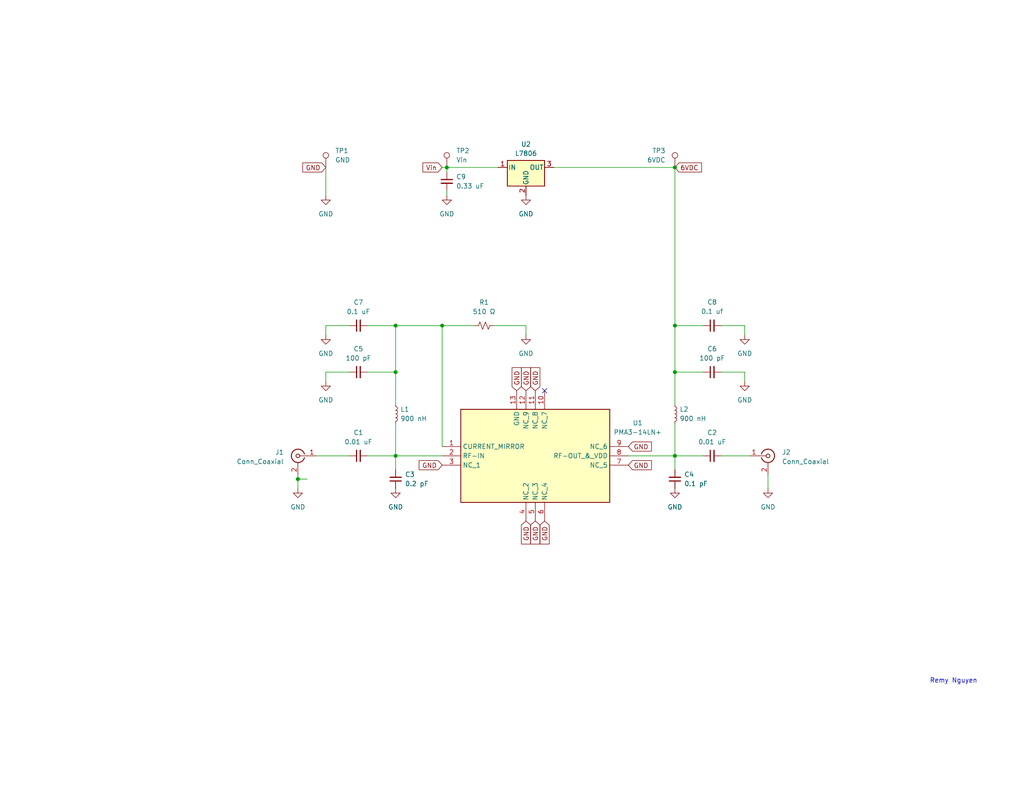
<source format=kicad_sch>
(kicad_sch (version 20230121) (generator eeschema)

  (uuid d268e3ca-8a18-4b0a-ac77-3cbf3521c83a)

  (paper "USLetter")

  (title_block
    (title "50 - 10000 MHz SMT LNA")
    (date "2024-04-10")
    (rev "A")
  )

  (lib_symbols
    (symbol "power:GND" (power) (pin_names (offset 0)) (in_bom yes) (on_board yes)
      (property "Reference" "#PWR" (at 0 -6.35 0)
        (effects (font (size 1.27 1.27)) hide)
      )
      (property "Value" "GND" (at 0 -3.81 0)
        (effects (font (size 1.27 1.27)))
      )
      (property "Footprint" "" (at 0 0 0)
        (effects (font (size 1.27 1.27)) hide)
      )
      (property "Datasheet" "" (at 0 0 0)
        (effects (font (size 1.27 1.27)) hide)
      )
      (property "ki_keywords" "global power" (at 0 0 0)
        (effects (font (size 1.27 1.27)) hide)
      )
      (property "ki_description" "Power symbol creates a global label with name \"GND\" , ground" (at 0 0 0)
        (effects (font (size 1.27 1.27)) hide)
      )
      (symbol "GND_0_1"
        (polyline
          (pts
            (xy 0 0)
            (xy 0 -1.27)
            (xy 1.27 -1.27)
            (xy 0 -2.54)
            (xy -1.27 -1.27)
            (xy 0 -1.27)
          )
          (stroke (width 0) (type default))
          (fill (type none))
        )
      )
      (symbol "GND_1_1"
        (pin power_in line (at 0 0 270) (length 0) hide
          (name "GND" (effects (font (size 1.27 1.27))))
          (number "1" (effects (font (size 1.27 1.27))))
        )
      )
    )
    (symbol "rf-dfs:C_Small" (pin_numbers hide) (pin_names (offset 0.254) hide) (in_bom yes) (on_board yes)
      (property "Reference" "C" (at 0.254 1.778 0)
        (effects (font (size 1.27 1.27)) (justify left))
      )
      (property "Value" "C_Small" (at 0.254 -2.032 0)
        (effects (font (size 1.27 1.27)) (justify left))
      )
      (property "Footprint" "" (at 0 0 0)
        (effects (font (size 1.27 1.27)) hide)
      )
      (property "Datasheet" "~" (at 0 0 0)
        (effects (font (size 1.27 1.27)) hide)
      )
      (property "ki_keywords" "capacitor cap" (at 0 0 0)
        (effects (font (size 1.27 1.27)) hide)
      )
      (property "ki_description" "Unpolarized capacitor, small symbol" (at 0 0 0)
        (effects (font (size 1.27 1.27)) hide)
      )
      (property "ki_fp_filters" "C_*" (at 0 0 0)
        (effects (font (size 1.27 1.27)) hide)
      )
      (symbol "C_Small_0_1"
        (polyline
          (pts
            (xy -1.524 -0.508)
            (xy 1.524 -0.508)
          )
          (stroke (width 0.3302) (type default))
          (fill (type none))
        )
        (polyline
          (pts
            (xy -1.524 0.508)
            (xy 1.524 0.508)
          )
          (stroke (width 0.3048) (type default))
          (fill (type none))
        )
      )
      (symbol "C_Small_1_1"
        (pin passive line (at 0 2.54 270) (length 2.032)
          (name "~" (effects (font (size 1.27 1.27))))
          (number "1" (effects (font (size 1.27 1.27))))
        )
        (pin passive line (at 0 -2.54 90) (length 2.032)
          (name "~" (effects (font (size 1.27 1.27))))
          (number "2" (effects (font (size 1.27 1.27))))
        )
      )
    )
    (symbol "rf-dfs:Conn_Coaxial" (pin_names (offset 1.016) hide) (in_bom yes) (on_board yes)
      (property "Reference" "J" (at 0.254 3.048 0)
        (effects (font (size 1.27 1.27)))
      )
      (property "Value" "Conn_Coaxial" (at 2.921 0 90)
        (effects (font (size 1.27 1.27)))
      )
      (property "Footprint" "" (at 0 0 0)
        (effects (font (size 1.27 1.27)) hide)
      )
      (property "Datasheet" " ~" (at 0 0 0)
        (effects (font (size 1.27 1.27)) hide)
      )
      (property "ki_keywords" "BNC SMA SMB SMC LEMO coaxial connector CINCH RCA" (at 0 0 0)
        (effects (font (size 1.27 1.27)) hide)
      )
      (property "ki_description" "coaxial connector (BNC, SMA, SMB, SMC, Cinch/RCA, LEMO, ...)" (at 0 0 0)
        (effects (font (size 1.27 1.27)) hide)
      )
      (property "ki_fp_filters" "*BNC* *SMA* *SMB* *SMC* *Cinch* *LEMO*" (at 0 0 0)
        (effects (font (size 1.27 1.27)) hide)
      )
      (symbol "Conn_Coaxial_0_1"
        (arc (start -1.778 -0.508) (mid 0.2311 -1.8066) (end 1.778 0)
          (stroke (width 0.254) (type default))
          (fill (type none))
        )
        (polyline
          (pts
            (xy -2.54 0)
            (xy -0.508 0)
          )
          (stroke (width 0) (type default))
          (fill (type none))
        )
        (polyline
          (pts
            (xy 0 -2.54)
            (xy 0 -1.778)
          )
          (stroke (width 0) (type default))
          (fill (type none))
        )
        (circle (center 0 0) (radius 0.508)
          (stroke (width 0.2032) (type default))
          (fill (type none))
        )
        (arc (start 1.778 0) (mid 0.2099 1.8101) (end -1.778 0.508)
          (stroke (width 0.254) (type default))
          (fill (type none))
        )
      )
      (symbol "Conn_Coaxial_1_1"
        (pin passive line (at -5.08 0 0) (length 2.54)
          (name "In" (effects (font (size 1.27 1.27))))
          (number "1" (effects (font (size 1.27 1.27))))
        )
        (pin passive line (at 0 -5.08 90) (length 2.54)
          (name "Ext" (effects (font (size 1.27 1.27))))
          (number "2" (effects (font (size 1.27 1.27))))
        )
      )
    )
    (symbol "rf-dfs:L7806" (pin_names (offset 0.254)) (in_bom yes) (on_board yes)
      (property "Reference" "U" (at -3.81 3.175 0)
        (effects (font (size 1.27 1.27)))
      )
      (property "Value" "L7806" (at 0 3.175 0)
        (effects (font (size 1.27 1.27)) (justify left))
      )
      (property "Footprint" "" (at 0.635 -3.81 0)
        (effects (font (size 1.27 1.27) italic) (justify left) hide)
      )
      (property "Datasheet" "http://www.st.com/content/ccc/resource/technical/document/datasheet/41/4f/b3/b0/12/d4/47/88/CD00000444.pdf/files/CD00000444.pdf/jcr:content/translations/en.CD00000444.pdf" (at 0 -1.27 0)
        (effects (font (size 1.27 1.27)) hide)
      )
      (property "ki_keywords" "Voltage Regulator 1.5A Positive" (at 0 0 0)
        (effects (font (size 1.27 1.27)) hide)
      )
      (property "ki_description" "Positive 1.5A 35V Linear Regulator, Fixed Output 6V, TO-220/TO-263/TO-252" (at 0 0 0)
        (effects (font (size 1.27 1.27)) hide)
      )
      (property "ki_fp_filters" "TO?252* TO?263* TO?220*" (at 0 0 0)
        (effects (font (size 1.27 1.27)) hide)
      )
      (symbol "L7806_0_1"
        (rectangle (start -5.08 1.905) (end 5.08 -5.08)
          (stroke (width 0.254) (type default))
          (fill (type background))
        )
      )
      (symbol "L7806_1_1"
        (pin power_in line (at -7.62 0 0) (length 2.54)
          (name "IN" (effects (font (size 1.27 1.27))))
          (number "1" (effects (font (size 1.27 1.27))))
        )
        (pin power_in line (at 0 -7.62 90) (length 2.54)
          (name "GND" (effects (font (size 1.27 1.27))))
          (number "2" (effects (font (size 1.27 1.27))))
        )
        (pin power_out line (at 7.62 0 180) (length 2.54)
          (name "OUT" (effects (font (size 1.27 1.27))))
          (number "3" (effects (font (size 1.27 1.27))))
        )
      )
    )
    (symbol "rf-dfs:L_Small" (pin_numbers hide) (pin_names (offset 0.254) hide) (in_bom yes) (on_board yes)
      (property "Reference" "L" (at 0.762 1.016 0)
        (effects (font (size 1.27 1.27)) (justify left))
      )
      (property "Value" "L_Small" (at 0.762 -1.016 0)
        (effects (font (size 1.27 1.27)) (justify left))
      )
      (property "Footprint" "" (at 0 0 0)
        (effects (font (size 1.27 1.27)) hide)
      )
      (property "Datasheet" "~" (at 0 0 0)
        (effects (font (size 1.27 1.27)) hide)
      )
      (property "ki_keywords" "inductor choke coil reactor magnetic" (at 0 0 0)
        (effects (font (size 1.27 1.27)) hide)
      )
      (property "ki_description" "Inductor, small symbol" (at 0 0 0)
        (effects (font (size 1.27 1.27)) hide)
      )
      (property "ki_fp_filters" "Choke_* *Coil* Inductor_* L_*" (at 0 0 0)
        (effects (font (size 1.27 1.27)) hide)
      )
      (symbol "L_Small_0_1"
        (arc (start 0 -2.032) (mid 0.5058 -1.524) (end 0 -1.016)
          (stroke (width 0) (type default))
          (fill (type none))
        )
        (arc (start 0 -1.016) (mid 0.5058 -0.508) (end 0 0)
          (stroke (width 0) (type default))
          (fill (type none))
        )
        (arc (start 0 0) (mid 0.5058 0.508) (end 0 1.016)
          (stroke (width 0) (type default))
          (fill (type none))
        )
        (arc (start 0 1.016) (mid 0.5058 1.524) (end 0 2.032)
          (stroke (width 0) (type default))
          (fill (type none))
        )
      )
      (symbol "L_Small_1_1"
        (pin passive line (at 0 2.54 270) (length 0.508)
          (name "~" (effects (font (size 1.27 1.27))))
          (number "1" (effects (font (size 1.27 1.27))))
        )
        (pin passive line (at 0 -2.54 90) (length 0.508)
          (name "~" (effects (font (size 1.27 1.27))))
          (number "2" (effects (font (size 1.27 1.27))))
        )
      )
    )
    (symbol "rf-dfs:PMA3-14LN+" (in_bom yes) (on_board yes)
      (property "Reference" "IC" (at 46.99 15.24 0)
        (effects (font (size 1.27 1.27)) (justify left top))
      )
      (property "Value" "PMA3-14LN+" (at 46.99 12.7 0)
        (effects (font (size 1.27 1.27)) (justify left top))
      )
      (property "Footprint" "QFN51P300X300X89-13N" (at 46.99 -87.3 0)
        (effects (font (size 1.27 1.27)) (justify left top) hide)
      )
      (property "Datasheet" "https://www.minicircuits.com/WebStore/dashboardPdf?model=PMA3-14LN%2B" (at 46.99 -187.3 0)
        (effects (font (size 1.27 1.27)) (justify left top) hide)
      )
      (property "Height" "0.89" (at 46.99 -387.3 0)
        (effects (font (size 1.27 1.27)) (justify left top) hide)
      )
      (property "Mouser Part Number" "139-PMA3-14LN+" (at 46.99 -487.3 0)
        (effects (font (size 1.27 1.27)) (justify left top) hide)
      )
      (property "Mouser Price/Stock" "https://www.mouser.co.uk/ProductDetail/Mini-Circuits/PMA3-14LN%2b?qs=Znm5pLBrcALRzrMQPGByzA%3D%3D" (at 46.99 -587.3 0)
        (effects (font (size 1.27 1.27)) (justify left top) hide)
      )
      (property "Manufacturer_Name" "Mini-Circuits" (at 46.99 -687.3 0)
        (effects (font (size 1.27 1.27)) (justify left top) hide)
      )
      (property "Manufacturer_Part_Number" "PMA3-14LN+" (at 46.99 -787.3 0)
        (effects (font (size 1.27 1.27)) (justify left top) hide)
      )
      (property "ki_description" "RF Amplifier SMT Low Noise Amplifier, 50 - 10000 MHz, 50ohm" (at 0 0 0)
        (effects (font (size 1.27 1.27)) hide)
      )
      (symbol "PMA3-14LN+_1_1"
        (rectangle (start 5.08 10.16) (end 45.72 -15.24)
          (stroke (width 0.254) (type default))
          (fill (type background))
        )
        (pin passive line (at 0 0 0) (length 5.08)
          (name "CURRENT_MIRROR" (effects (font (size 1.27 1.27))))
          (number "1" (effects (font (size 1.27 1.27))))
        )
        (pin passive line (at 27.94 15.24 270) (length 5.08)
          (name "NC_7" (effects (font (size 1.27 1.27))))
          (number "10" (effects (font (size 1.27 1.27))))
        )
        (pin passive line (at 25.4 15.24 270) (length 5.08)
          (name "NC_8" (effects (font (size 1.27 1.27))))
          (number "11" (effects (font (size 1.27 1.27))))
        )
        (pin passive line (at 22.86 15.24 270) (length 5.08)
          (name "NC_9" (effects (font (size 1.27 1.27))))
          (number "12" (effects (font (size 1.27 1.27))))
        )
        (pin passive line (at 20.32 15.24 270) (length 5.08)
          (name "GND" (effects (font (size 1.27 1.27))))
          (number "13" (effects (font (size 1.27 1.27))))
        )
        (pin passive line (at 0 -2.54 0) (length 5.08)
          (name "RF-IN" (effects (font (size 1.27 1.27))))
          (number "2" (effects (font (size 1.27 1.27))))
        )
        (pin passive line (at 0 -5.08 0) (length 5.08)
          (name "NC_1" (effects (font (size 1.27 1.27))))
          (number "3" (effects (font (size 1.27 1.27))))
        )
        (pin passive line (at 22.86 -20.32 90) (length 5.08)
          (name "NC_2" (effects (font (size 1.27 1.27))))
          (number "4" (effects (font (size 1.27 1.27))))
        )
        (pin passive line (at 25.4 -20.32 90) (length 5.08)
          (name "NC_3" (effects (font (size 1.27 1.27))))
          (number "5" (effects (font (size 1.27 1.27))))
        )
        (pin passive line (at 27.94 -20.32 90) (length 5.08)
          (name "NC_4" (effects (font (size 1.27 1.27))))
          (number "6" (effects (font (size 1.27 1.27))))
        )
        (pin passive line (at 50.8 -5.08 180) (length 5.08)
          (name "NC_5" (effects (font (size 1.27 1.27))))
          (number "7" (effects (font (size 1.27 1.27))))
        )
        (pin passive line (at 50.8 -2.54 180) (length 5.08)
          (name "RF-OUT_&_VDD" (effects (font (size 1.27 1.27))))
          (number "8" (effects (font (size 1.27 1.27))))
        )
        (pin passive line (at 50.8 0 180) (length 5.08)
          (name "NC_6" (effects (font (size 1.27 1.27))))
          (number "9" (effects (font (size 1.27 1.27))))
        )
      )
    )
    (symbol "rf-dfs:R_Small_US" (pin_numbers hide) (pin_names (offset 0.254) hide) (in_bom yes) (on_board yes)
      (property "Reference" "R" (at 0.762 0.508 0)
        (effects (font (size 1.27 1.27)) (justify left))
      )
      (property "Value" "R_Small_US" (at 0.762 -1.016 0)
        (effects (font (size 1.27 1.27)) (justify left))
      )
      (property "Footprint" "" (at 0 0 0)
        (effects (font (size 1.27 1.27)) hide)
      )
      (property "Datasheet" "~" (at 0 0 0)
        (effects (font (size 1.27 1.27)) hide)
      )
      (property "ki_keywords" "r resistor" (at 0 0 0)
        (effects (font (size 1.27 1.27)) hide)
      )
      (property "ki_description" "Resistor, small US symbol" (at 0 0 0)
        (effects (font (size 1.27 1.27)) hide)
      )
      (property "ki_fp_filters" "R_*" (at 0 0 0)
        (effects (font (size 1.27 1.27)) hide)
      )
      (symbol "R_Small_US_1_1"
        (polyline
          (pts
            (xy 0 0)
            (xy 1.016 -0.381)
            (xy 0 -0.762)
            (xy -1.016 -1.143)
            (xy 0 -1.524)
          )
          (stroke (width 0) (type default))
          (fill (type none))
        )
        (polyline
          (pts
            (xy 0 1.524)
            (xy 1.016 1.143)
            (xy 0 0.762)
            (xy -1.016 0.381)
            (xy 0 0)
          )
          (stroke (width 0) (type default))
          (fill (type none))
        )
        (pin passive line (at 0 2.54 270) (length 1.016)
          (name "~" (effects (font (size 1.27 1.27))))
          (number "1" (effects (font (size 1.27 1.27))))
        )
        (pin passive line (at 0 -2.54 90) (length 1.016)
          (name "~" (effects (font (size 1.27 1.27))))
          (number "2" (effects (font (size 1.27 1.27))))
        )
      )
    )
    (symbol "rf-dfs:TestPoint" (pin_numbers hide) (pin_names (offset 0.762) hide) (in_bom yes) (on_board yes)
      (property "Reference" "TP" (at 0 6.858 0)
        (effects (font (size 1.27 1.27)))
      )
      (property "Value" "TestPoint" (at 0 5.08 0)
        (effects (font (size 1.27 1.27)))
      )
      (property "Footprint" "" (at 5.08 0 0)
        (effects (font (size 1.27 1.27)) hide)
      )
      (property "Datasheet" "~" (at 5.08 0 0)
        (effects (font (size 1.27 1.27)) hide)
      )
      (property "ki_keywords" "test point tp" (at 0 0 0)
        (effects (font (size 1.27 1.27)) hide)
      )
      (property "ki_description" "test point" (at 0 0 0)
        (effects (font (size 1.27 1.27)) hide)
      )
      (property "ki_fp_filters" "Pin* Test*" (at 0 0 0)
        (effects (font (size 1.27 1.27)) hide)
      )
      (symbol "TestPoint_0_1"
        (circle (center 0 3.302) (radius 0.762)
          (stroke (width 0) (type default))
          (fill (type none))
        )
      )
      (symbol "TestPoint_1_1"
        (pin passive line (at 0 0 90) (length 2.54)
          (name "1" (effects (font (size 1.27 1.27))))
          (number "1" (effects (font (size 1.27 1.27))))
        )
      )
    )
  )

  (junction (at 120.65 88.9) (diameter 0) (color 0 0 0 0)
    (uuid 091dce1f-2e0a-470f-a88e-89e8470f351f)
  )
  (junction (at 107.95 101.6) (diameter 0) (color 0 0 0 0)
    (uuid 1584ad79-4838-4966-a948-c50acf0614f2)
  )
  (junction (at 184.15 101.6) (diameter 0) (color 0 0 0 0)
    (uuid 28416086-a323-4aac-a4e2-463aea01c405)
  )
  (junction (at 184.15 45.72) (diameter 0) (color 0 0 0 0)
    (uuid 353bdfa7-be71-4ef6-a625-b7a71ff2c4a0)
  )
  (junction (at 107.95 124.46) (diameter 0) (color 0 0 0 0)
    (uuid 3df6f5d5-94d5-44ab-beb5-ce7ad461bbe8)
  )
  (junction (at 184.15 88.9) (diameter 0) (color 0 0 0 0)
    (uuid 60452d27-a842-4034-99d6-7c32a56d2bf2)
  )
  (junction (at 107.95 88.9) (diameter 0) (color 0 0 0 0)
    (uuid a110a192-4c34-448e-a431-dad3cba127c1)
  )
  (junction (at 121.92 45.72) (diameter 0) (color 0 0 0 0)
    (uuid b28ccbc5-6c58-4b3b-821f-fe464b7b42bb)
  )
  (junction (at 81.28 130.81) (diameter 0) (color 0 0 0 0)
    (uuid d0c7da4b-963b-4341-985c-31224ef18065)
  )
  (junction (at 184.15 124.46) (diameter 0) (color 0 0 0 0)
    (uuid eef56b03-2dee-4c9f-ba2f-fa04bf2e0b5b)
  )

  (no_connect (at 148.59 106.68) (uuid 42a1a5cc-d3dd-46e5-85e3-d4f8cfd46501))

  (wire (pts (xy 121.92 52.07) (xy 121.92 53.34))
    (stroke (width 0) (type default))
    (uuid 006e9ce7-ff74-4044-bafd-9c34330ceb05)
  )
  (wire (pts (xy 196.85 124.46) (xy 204.47 124.46))
    (stroke (width 0) (type default))
    (uuid 011044b7-0f73-4e96-848a-d355beaf3442)
  )
  (wire (pts (xy 143.51 88.9) (xy 143.51 91.44))
    (stroke (width 0) (type default))
    (uuid 020f67d6-f8fb-480a-bf53-bfc042e320ff)
  )
  (wire (pts (xy 120.65 88.9) (xy 120.65 121.92))
    (stroke (width 0) (type default))
    (uuid 0dc1617d-d1d6-4161-a62d-14a57b765fbf)
  )
  (wire (pts (xy 88.9 88.9) (xy 88.9 91.44))
    (stroke (width 0) (type default))
    (uuid 118b1374-6779-4a34-a8ed-90668423a520)
  )
  (wire (pts (xy 121.92 45.72) (xy 121.92 46.99))
    (stroke (width 0) (type default))
    (uuid 147e80a8-ead3-4594-8aaf-cf1f6386f833)
  )
  (wire (pts (xy 196.85 101.6) (xy 203.2 101.6))
    (stroke (width 0) (type default))
    (uuid 14ed9ae8-a512-4547-818e-52afdb1b1275)
  )
  (wire (pts (xy 184.15 88.9) (xy 184.15 101.6))
    (stroke (width 0) (type default))
    (uuid 1608fa16-132c-4a05-8bb2-9b64ee524a97)
  )
  (wire (pts (xy 191.77 101.6) (xy 184.15 101.6))
    (stroke (width 0) (type default))
    (uuid 1a9ad4ef-76ec-4e37-8c51-0a559f32f348)
  )
  (wire (pts (xy 107.95 88.9) (xy 120.65 88.9))
    (stroke (width 0) (type default))
    (uuid 1cd6571c-9083-4da7-b777-d30cd45dee26)
  )
  (wire (pts (xy 151.13 45.72) (xy 184.15 45.72))
    (stroke (width 0) (type default))
    (uuid 213ff435-b6d8-4fde-9ab8-914920da1af9)
  )
  (wire (pts (xy 95.25 88.9) (xy 88.9 88.9))
    (stroke (width 0) (type default))
    (uuid 2261416d-f935-470b-a99c-845634248ef9)
  )
  (wire (pts (xy 203.2 88.9) (xy 203.2 91.44))
    (stroke (width 0) (type default))
    (uuid 3be3b943-1bae-4956-b58d-e5824b1829dd)
  )
  (wire (pts (xy 100.33 101.6) (xy 107.95 101.6))
    (stroke (width 0) (type default))
    (uuid 43079a61-bd62-48d2-b42a-29ec18c675ba)
  )
  (wire (pts (xy 135.89 45.72) (xy 121.92 45.72))
    (stroke (width 0) (type default))
    (uuid 43d71eb9-7ef5-4f45-8f65-47f433fac689)
  )
  (wire (pts (xy 184.15 45.72) (xy 184.15 88.9))
    (stroke (width 0) (type default))
    (uuid 48e4505f-2c19-4ee5-9c4a-f2bb1497f1f2)
  )
  (wire (pts (xy 107.95 88.9) (xy 107.95 101.6))
    (stroke (width 0) (type default))
    (uuid 603c31be-8512-421c-a376-be57237048b7)
  )
  (wire (pts (xy 171.45 124.46) (xy 184.15 124.46))
    (stroke (width 0) (type default))
    (uuid 62a6d962-10fd-4c4c-aa3b-8c47b422732a)
  )
  (wire (pts (xy 100.33 88.9) (xy 107.95 88.9))
    (stroke (width 0) (type default))
    (uuid 6b37bef6-d044-4a28-a517-f0c500b45997)
  )
  (wire (pts (xy 120.65 45.72) (xy 121.92 45.72))
    (stroke (width 0) (type default))
    (uuid 73ef8f6f-f8b7-40f4-8ca2-a237fede0cd9)
  )
  (wire (pts (xy 100.33 124.46) (xy 107.95 124.46))
    (stroke (width 0) (type default))
    (uuid 8406e0a9-e9c6-4cc2-b504-a0df8d6dbe96)
  )
  (wire (pts (xy 107.95 101.6) (xy 107.95 110.49))
    (stroke (width 0) (type default))
    (uuid 887cf43e-2843-437a-af42-3ed7f6e1b4bf)
  )
  (wire (pts (xy 83.82 130.81) (xy 81.28 130.81))
    (stroke (width 0) (type default))
    (uuid 8a022b21-df8b-40b7-8b6f-e4668aef3dcd)
  )
  (wire (pts (xy 107.95 124.46) (xy 120.65 124.46))
    (stroke (width 0) (type default))
    (uuid 8a2aa0b8-9620-4529-b38c-dff42212163b)
  )
  (wire (pts (xy 184.15 124.46) (xy 184.15 128.27))
    (stroke (width 0) (type default))
    (uuid 8d71e0d9-e279-4d70-8248-e83d10de18d3)
  )
  (wire (pts (xy 184.15 101.6) (xy 184.15 110.49))
    (stroke (width 0) (type default))
    (uuid 9fe422d7-fd72-4f2d-aab7-4f2b9726dbe1)
  )
  (wire (pts (xy 95.25 101.6) (xy 88.9 101.6))
    (stroke (width 0) (type default))
    (uuid a2858970-b017-48da-9209-88849e2681a8)
  )
  (wire (pts (xy 134.62 88.9) (xy 143.51 88.9))
    (stroke (width 0) (type default))
    (uuid ace238eb-a232-45ef-953b-50369aa94bad)
  )
  (wire (pts (xy 184.15 115.57) (xy 184.15 124.46))
    (stroke (width 0) (type default))
    (uuid af113067-4869-4e23-ac14-e55227226215)
  )
  (wire (pts (xy 81.28 129.54) (xy 81.28 130.81))
    (stroke (width 0) (type default))
    (uuid b4b7a33a-7085-4b43-9b33-a1e02519eba7)
  )
  (wire (pts (xy 196.85 88.9) (xy 203.2 88.9))
    (stroke (width 0) (type default))
    (uuid ba380b2c-be48-45ed-9eea-c26763593d5e)
  )
  (wire (pts (xy 107.95 124.46) (xy 107.95 128.27))
    (stroke (width 0) (type default))
    (uuid ba4556bb-0440-47f2-ad41-be9b77482f57)
  )
  (wire (pts (xy 88.9 101.6) (xy 88.9 104.14))
    (stroke (width 0) (type default))
    (uuid c161b6e5-b136-4c47-89da-e0b5c5d577e8)
  )
  (wire (pts (xy 86.36 124.46) (xy 95.25 124.46))
    (stroke (width 0) (type default))
    (uuid ca44349a-ec97-4c67-8f77-6a3608e82e62)
  )
  (wire (pts (xy 184.15 124.46) (xy 191.77 124.46))
    (stroke (width 0) (type default))
    (uuid caaa87ab-846c-450f-9007-b8102ccfb530)
  )
  (wire (pts (xy 81.28 130.81) (xy 81.28 133.35))
    (stroke (width 0) (type default))
    (uuid caf3954a-99b8-439f-ad98-d57021b5e850)
  )
  (wire (pts (xy 129.54 88.9) (xy 120.65 88.9))
    (stroke (width 0) (type default))
    (uuid d53646a2-7811-4e43-8d83-afaa99065617)
  )
  (wire (pts (xy 209.55 133.35) (xy 209.55 129.54))
    (stroke (width 0) (type default))
    (uuid ee4a7901-25bb-4916-aab1-3862ab5f4a39)
  )
  (wire (pts (xy 203.2 101.6) (xy 203.2 104.14))
    (stroke (width 0) (type default))
    (uuid f1ce24a1-242a-414f-92a1-7b7a48c21309)
  )
  (wire (pts (xy 88.9 45.72) (xy 88.9 53.34))
    (stroke (width 0) (type default))
    (uuid fb3ccfc3-31c3-4c9a-8c69-ed7be8a0e311)
  )
  (wire (pts (xy 191.77 88.9) (xy 184.15 88.9))
    (stroke (width 0) (type default))
    (uuid fb61a819-ecf5-4d29-9d53-f50adb9e3bf9)
  )
  (wire (pts (xy 107.95 115.57) (xy 107.95 124.46))
    (stroke (width 0) (type default))
    (uuid fc173c0c-b638-4c1e-a6c7-ab4f1b903dae)
  )

  (text "Remy Nguyen" (at 266.7 186.69 0)
    (effects (font (size 1.27 1.27)) (justify right bottom))
    (uuid f33879d0-1aad-46b8-8a1f-43e48ae0ccd5)
  )

  (global_label "GND" (shape input) (at 148.59 142.24 270) (fields_autoplaced)
    (effects (font (size 1.27 1.27)) (justify right))
    (uuid 39fb510b-c098-470f-93a6-231dba5f6fa0)
    (property "Intersheetrefs" "${INTERSHEET_REFS}" (at 148.59 148.3621 90)
      (effects (font (size 1.27 1.27)) (justify right) hide)
    )
  )
  (global_label "GND" (shape input) (at 120.65 127 180) (fields_autoplaced)
    (effects (font (size 1.27 1.27)) (justify right))
    (uuid 4c232aa0-d65e-4bd8-9ea0-87be40be0e87)
    (property "Intersheetrefs" "${INTERSHEET_REFS}" (at 114.5279 127 0)
      (effects (font (size 1.27 1.27)) (justify right) hide)
    )
  )
  (global_label "GND" (shape input) (at 146.05 142.24 270) (fields_autoplaced)
    (effects (font (size 1.27 1.27)) (justify right))
    (uuid 747102a0-95e3-42c8-9641-87071e5af377)
    (property "Intersheetrefs" "${INTERSHEET_REFS}" (at 146.05 148.3621 90)
      (effects (font (size 1.27 1.27)) (justify right) hide)
    )
  )
  (global_label "GND" (shape input) (at 171.45 121.92 0) (fields_autoplaced)
    (effects (font (size 1.27 1.27)) (justify left))
    (uuid 87b9c8b5-568b-4f45-804f-e37818fe6548)
    (property "Intersheetrefs" "${INTERSHEET_REFS}" (at 177.5721 121.92 0)
      (effects (font (size 1.27 1.27)) (justify left) hide)
    )
  )
  (global_label "Vin" (shape input) (at 120.65 45.72 180) (fields_autoplaced)
    (effects (font (size 1.27 1.27)) (justify right))
    (uuid 9858636d-930b-45f3-9759-ad25d94f8ebd)
    (property "Intersheetrefs" "${INTERSHEET_REFS}" (at 115.556 45.72 0)
      (effects (font (size 1.27 1.27)) (justify right) hide)
    )
  )
  (global_label "GND" (shape input) (at 88.9 45.72 180) (fields_autoplaced)
    (effects (font (size 1.27 1.27)) (justify right))
    (uuid 9ef32391-1560-4a7b-a3c9-ae8513d7d2f5)
    (property "Intersheetrefs" "${INTERSHEET_REFS}" (at 82.7779 45.72 0)
      (effects (font (size 1.27 1.27)) (justify right) hide)
    )
  )
  (global_label "GND" (shape input) (at 143.51 106.68 90) (fields_autoplaced)
    (effects (font (size 1.27 1.27)) (justify left))
    (uuid a1609717-949b-4047-a382-249b42ce8c36)
    (property "Intersheetrefs" "${INTERSHEET_REFS}" (at 143.51 100.5579 90)
      (effects (font (size 1.27 1.27)) (justify left) hide)
    )
  )
  (global_label "GND" (shape input) (at 140.97 106.68 90) (fields_autoplaced)
    (effects (font (size 1.27 1.27)) (justify left))
    (uuid a38bf6a5-9739-46b3-aff5-917211e140d6)
    (property "Intersheetrefs" "${INTERSHEET_REFS}" (at 140.97 100.5579 90)
      (effects (font (size 1.27 1.27)) (justify left) hide)
    )
  )
  (global_label "6VDC" (shape input) (at 184.15 45.72 0) (fields_autoplaced)
    (effects (font (size 1.27 1.27)) (justify left))
    (uuid a9984244-85a3-4262-8638-ea520e0fa8af)
    (property "Intersheetrefs" "${INTERSHEET_REFS}" (at 191.2397 45.72 0)
      (effects (font (size 1.27 1.27)) (justify left) hide)
    )
  )
  (global_label "GND" (shape input) (at 171.45 127 0) (fields_autoplaced)
    (effects (font (size 1.27 1.27)) (justify left))
    (uuid adad0b57-9992-4824-8522-c5f2c1602100)
    (property "Intersheetrefs" "${INTERSHEET_REFS}" (at 177.5721 127 0)
      (effects (font (size 1.27 1.27)) (justify left) hide)
    )
  )
  (global_label "GND" (shape input) (at 146.05 106.68 90) (fields_autoplaced)
    (effects (font (size 1.27 1.27)) (justify left))
    (uuid d608e977-5afc-432f-bb41-9104846a616d)
    (property "Intersheetrefs" "${INTERSHEET_REFS}" (at 146.05 100.5579 90)
      (effects (font (size 1.27 1.27)) (justify left) hide)
    )
  )
  (global_label "GND" (shape input) (at 143.51 142.24 270) (fields_autoplaced)
    (effects (font (size 1.27 1.27)) (justify right))
    (uuid f1101c01-6115-4dad-933a-383b1487a633)
    (property "Intersheetrefs" "${INTERSHEET_REFS}" (at 143.51 148.3621 90)
      (effects (font (size 1.27 1.27)) (justify right) hide)
    )
  )

  (symbol (lib_id "rf-dfs:TestPoint") (at 88.9 45.72 0) (unit 1)
    (in_bom yes) (on_board yes) (dnp no) (fields_autoplaced)
    (uuid 02702809-9cf8-4a85-b212-d81680ddcb53)
    (property "Reference" "TP1" (at 91.44 41.148 0)
      (effects (font (size 1.27 1.27)) (justify left))
    )
    (property "Value" "GND" (at 91.44 43.688 0)
      (effects (font (size 1.27 1.27)) (justify left))
    )
    (property "Footprint" "TestPoint:TestPoint_Loop_D2.54mm_Drill1.5mm_Beaded" (at 93.98 45.72 0)
      (effects (font (size 1.27 1.27)) hide)
    )
    (property "Datasheet" "~" (at 93.98 45.72 0)
      (effects (font (size 1.27 1.27)) hide)
    )
    (property "Link" "https://www.digikey.com/en/products/detail/keystone-electronics/5006/255330" (at 88.9 45.72 0)
      (effects (font (size 1.27 1.27)) hide)
    )
    (pin "1" (uuid 91a07d95-06ee-412f-ad02-095cf7dd6688))
    (instances
      (project "PMA3-14LN+"
        (path "/d268e3ca-8a18-4b0a-ac77-3cbf3521c83a"
          (reference "TP1") (unit 1)
        )
      )
    )
  )

  (symbol (lib_id "power:GND") (at 203.2 104.14 0) (unit 1)
    (in_bom yes) (on_board yes) (dnp no) (fields_autoplaced)
    (uuid 071ffd50-cf78-4962-b391-2ec41d55e58c)
    (property "Reference" "#PWR06" (at 203.2 110.49 0)
      (effects (font (size 1.27 1.27)) hide)
    )
    (property "Value" "GND" (at 203.2 109.22 0)
      (effects (font (size 1.27 1.27)))
    )
    (property "Footprint" "" (at 203.2 104.14 0)
      (effects (font (size 1.27 1.27)) hide)
    )
    (property "Datasheet" "" (at 203.2 104.14 0)
      (effects (font (size 1.27 1.27)) hide)
    )
    (pin "1" (uuid 7a3ee844-5788-4479-bafe-ef2a9f2a3d92))
    (instances
      (project "PMA3-14LN+"
        (path "/d268e3ca-8a18-4b0a-ac77-3cbf3521c83a"
          (reference "#PWR06") (unit 1)
        )
      )
    )
  )

  (symbol (lib_id "rf-dfs:C_Small") (at 97.79 124.46 90) (unit 1)
    (in_bom yes) (on_board yes) (dnp no) (fields_autoplaced)
    (uuid 096e2447-c956-4d9a-9444-cdcb3eb02489)
    (property "Reference" "C1" (at 97.7963 118.11 90)
      (effects (font (size 1.27 1.27)))
    )
    (property "Value" "0.01 uF" (at 97.7963 120.65 90)
      (effects (font (size 1.27 1.27)))
    )
    (property "Footprint" "Capacitor_SMD:C_0402_1005Metric" (at 97.79 124.46 0)
      (effects (font (size 1.27 1.27)) hide)
    )
    (property "Datasheet" "~" (at 97.79 124.46 0)
      (effects (font (size 1.27 1.27)) hide)
    )
    (property "Link" "https://www.digikey.com/en/products/detail/murata-electronics/GRM155R71H103KA88D/1033252" (at 97.79 124.46 0)
      (effects (font (size 1.27 1.27)) hide)
    )
    (pin "1" (uuid 35b93f96-8183-4774-9845-3f0ef7666e3f))
    (pin "2" (uuid 9d1a14bb-3007-41ad-a57a-87539ecf7c9f))
    (instances
      (project "PMA3-14LN+"
        (path "/d268e3ca-8a18-4b0a-ac77-3cbf3521c83a"
          (reference "C1") (unit 1)
        )
      )
    )
  )

  (symbol (lib_id "rf-dfs:C_Small") (at 97.79 101.6 90) (unit 1)
    (in_bom yes) (on_board yes) (dnp no) (fields_autoplaced)
    (uuid 0dd79968-0677-468c-9050-8f2cd73679d9)
    (property "Reference" "C5" (at 97.7963 95.25 90)
      (effects (font (size 1.27 1.27)))
    )
    (property "Value" "100 pF" (at 97.7963 97.79 90)
      (effects (font (size 1.27 1.27)))
    )
    (property "Footprint" "Capacitor_SMD:C_0402_1005Metric" (at 97.79 101.6 0)
      (effects (font (size 1.27 1.27)) hide)
    )
    (property "Datasheet" "~" (at 97.79 101.6 0)
      (effects (font (size 1.27 1.27)) hide)
    )
    (property "Link" "https://www.digikey.com/en/products/detail/murata-electronics/GRM1555C1H101JA01D/3693829" (at 97.79 101.6 0)
      (effects (font (size 1.27 1.27)) hide)
    )
    (pin "1" (uuid f948cff2-fd27-4097-a544-5e15b796c1a5))
    (pin "2" (uuid 22b54968-8556-4a83-a929-a3dd68d41ed1))
    (instances
      (project "PMA3-14LN+"
        (path "/d268e3ca-8a18-4b0a-ac77-3cbf3521c83a"
          (reference "C5") (unit 1)
        )
      )
    )
  )

  (symbol (lib_id "rf-dfs:C_Small") (at 184.15 130.81 180) (unit 1)
    (in_bom yes) (on_board yes) (dnp no) (fields_autoplaced)
    (uuid 11e15ae2-368e-4d61-9603-f2c358d598bb)
    (property "Reference" "C4" (at 186.69 129.5336 0)
      (effects (font (size 1.27 1.27)) (justify right))
    )
    (property "Value" "0.1 pF" (at 186.69 132.0736 0)
      (effects (font (size 1.27 1.27)) (justify right))
    )
    (property "Footprint" "Capacitor_SMD:C_0402_1005Metric" (at 184.15 130.81 0)
      (effects (font (size 1.27 1.27)) hide)
    )
    (property "Datasheet" "~" (at 184.15 130.81 0)
      (effects (font (size 1.27 1.27)) hide)
    )
    (property "Link" "https://www.digikey.com/en/products/detail/murata-electronics/GJM1555C1HR10WB01D/2593239" (at 184.15 130.81 0)
      (effects (font (size 1.27 1.27)) hide)
    )
    (pin "1" (uuid 37659718-abb9-438b-84b2-172fa6f1f90f))
    (pin "2" (uuid e0de212b-2786-46ed-9791-956bf507084c))
    (instances
      (project "PMA3-14LN+"
        (path "/d268e3ca-8a18-4b0a-ac77-3cbf3521c83a"
          (reference "C4") (unit 1)
        )
      )
    )
  )

  (symbol (lib_id "power:GND") (at 88.9 91.44 0) (unit 1)
    (in_bom yes) (on_board yes) (dnp no) (fields_autoplaced)
    (uuid 24b7c637-4a30-4308-b346-4f15983cc2de)
    (property "Reference" "#PWR05" (at 88.9 97.79 0)
      (effects (font (size 1.27 1.27)) hide)
    )
    (property "Value" "GND" (at 88.9 96.52 0)
      (effects (font (size 1.27 1.27)))
    )
    (property "Footprint" "" (at 88.9 91.44 0)
      (effects (font (size 1.27 1.27)) hide)
    )
    (property "Datasheet" "" (at 88.9 91.44 0)
      (effects (font (size 1.27 1.27)) hide)
    )
    (pin "1" (uuid e100751f-9ea6-46ac-9a82-23c706b5615b))
    (instances
      (project "PMA3-14LN+"
        (path "/d268e3ca-8a18-4b0a-ac77-3cbf3521c83a"
          (reference "#PWR05") (unit 1)
        )
      )
    )
  )

  (symbol (lib_id "rf-dfs:TestPoint") (at 184.15 45.72 0) (mirror y) (unit 1)
    (in_bom yes) (on_board yes) (dnp no)
    (uuid 24be0d8e-f2f2-472f-bc12-31dde24e3eb0)
    (property "Reference" "TP3" (at 181.61 41.148 0)
      (effects (font (size 1.27 1.27)) (justify left))
    )
    (property "Value" "6VDC" (at 181.61 43.688 0)
      (effects (font (size 1.27 1.27)) (justify left))
    )
    (property "Footprint" "TestPoint:TestPoint_Loop_D2.54mm_Drill1.5mm_Beaded" (at 179.07 45.72 0)
      (effects (font (size 1.27 1.27)) hide)
    )
    (property "Datasheet" "~" (at 179.07 45.72 0)
      (effects (font (size 1.27 1.27)) hide)
    )
    (property "Link" "https://www.digikey.com/en/products/detail/keystone-electronics/5122/2170325" (at 184.15 45.72 0)
      (effects (font (size 1.27 1.27)) hide)
    )
    (pin "1" (uuid d9c2d49f-69d9-48d6-b53b-057e342b71f5))
    (instances
      (project "PMA3-14LN+"
        (path "/d268e3ca-8a18-4b0a-ac77-3cbf3521c83a"
          (reference "TP3") (unit 1)
        )
      )
    )
  )

  (symbol (lib_id "power:GND") (at 81.28 133.35 0) (unit 1)
    (in_bom yes) (on_board yes) (dnp no) (fields_autoplaced)
    (uuid 26c3592c-92b2-4566-8c30-e4bcf8e864f7)
    (property "Reference" "#PWR01" (at 81.28 139.7 0)
      (effects (font (size 1.27 1.27)) hide)
    )
    (property "Value" "GND" (at 81.28 138.43 0)
      (effects (font (size 1.27 1.27)))
    )
    (property "Footprint" "" (at 81.28 133.35 0)
      (effects (font (size 1.27 1.27)) hide)
    )
    (property "Datasheet" "" (at 81.28 133.35 0)
      (effects (font (size 1.27 1.27)) hide)
    )
    (pin "1" (uuid 7f4db6bd-3772-4f4f-9dcb-81fd98464de3))
    (instances
      (project "PMA3-14LN+"
        (path "/d268e3ca-8a18-4b0a-ac77-3cbf3521c83a"
          (reference "#PWR01") (unit 1)
        )
      )
    )
  )

  (symbol (lib_id "rf-dfs:C_Small") (at 194.31 101.6 90) (unit 1)
    (in_bom yes) (on_board yes) (dnp no) (fields_autoplaced)
    (uuid 283f126b-70a2-4146-bf49-ca1c961b155e)
    (property "Reference" "C6" (at 194.3163 95.25 90)
      (effects (font (size 1.27 1.27)))
    )
    (property "Value" "100 pF" (at 194.3163 97.79 90)
      (effects (font (size 1.27 1.27)))
    )
    (property "Footprint" "Capacitor_SMD:C_0402_1005Metric" (at 194.31 101.6 0)
      (effects (font (size 1.27 1.27)) hide)
    )
    (property "Datasheet" "~" (at 194.31 101.6 0)
      (effects (font (size 1.27 1.27)) hide)
    )
    (property "Link" "https://www.digikey.com/en/products/detail/murata-electronics/GRM1555C1H101JA01D/3693829" (at 194.31 101.6 0)
      (effects (font (size 1.27 1.27)) hide)
    )
    (pin "1" (uuid db024533-5779-4f29-8a40-0627f864d34b))
    (pin "2" (uuid 1758c142-5598-40bc-9bfc-d4a9c04b59e4))
    (instances
      (project "PMA3-14LN+"
        (path "/d268e3ca-8a18-4b0a-ac77-3cbf3521c83a"
          (reference "C6") (unit 1)
        )
      )
    )
  )

  (symbol (lib_id "rf-dfs:C_Small") (at 121.92 49.53 0) (unit 1)
    (in_bom yes) (on_board yes) (dnp no) (fields_autoplaced)
    (uuid 34ff9f5b-6844-44d7-9c66-7078cbcd0c6a)
    (property "Reference" "C9" (at 124.46 48.2663 0)
      (effects (font (size 1.27 1.27)) (justify left))
    )
    (property "Value" "0.33 uF" (at 124.46 50.8063 0)
      (effects (font (size 1.27 1.27)) (justify left))
    )
    (property "Footprint" "Capacitor_SMD:C_0402_1005Metric" (at 121.92 49.53 0)
      (effects (font (size 1.27 1.27)) hide)
    )
    (property "Datasheet" "~" (at 121.92 49.53 0)
      (effects (font (size 1.27 1.27)) hide)
    )
    (property "Link" "https://www.digikey.com/en/products/detail/murata-electronics/GRM155R61H334KE01J/19115579" (at 121.92 49.53 0)
      (effects (font (size 1.27 1.27)) hide)
    )
    (pin "1" (uuid 3c168cba-1f55-410b-8d37-9de16e820bcc))
    (pin "2" (uuid 1d3b3463-63cb-4868-9dd7-eaa5bc5eb35c))
    (instances
      (project "PMA3-14LN+"
        (path "/d268e3ca-8a18-4b0a-ac77-3cbf3521c83a"
          (reference "C9") (unit 1)
        )
      )
    )
  )

  (symbol (lib_id "power:GND") (at 184.15 133.35 0) (unit 1)
    (in_bom yes) (on_board yes) (dnp no) (fields_autoplaced)
    (uuid 45edc16f-c808-4fc3-a4f3-fcc1d474a5ad)
    (property "Reference" "#PWR09" (at 184.15 139.7 0)
      (effects (font (size 1.27 1.27)) hide)
    )
    (property "Value" "GND" (at 184.15 138.43 0)
      (effects (font (size 1.27 1.27)))
    )
    (property "Footprint" "" (at 184.15 133.35 0)
      (effects (font (size 1.27 1.27)) hide)
    )
    (property "Datasheet" "" (at 184.15 133.35 0)
      (effects (font (size 1.27 1.27)) hide)
    )
    (pin "1" (uuid d8ca4d09-3628-40b7-be86-050b5d1139f5))
    (instances
      (project "PMA3-14LN+"
        (path "/d268e3ca-8a18-4b0a-ac77-3cbf3521c83a"
          (reference "#PWR09") (unit 1)
        )
      )
    )
  )

  (symbol (lib_id "rf-dfs:C_Small") (at 194.31 88.9 90) (unit 1)
    (in_bom yes) (on_board yes) (dnp no) (fields_autoplaced)
    (uuid 530a94cc-4d69-4688-9faf-bbbbfbf66f46)
    (property "Reference" "C8" (at 194.3163 82.4919 90)
      (effects (font (size 1.27 1.27)))
    )
    (property "Value" "0.1 uf" (at 194.3163 85.0319 90)
      (effects (font (size 1.27 1.27)))
    )
    (property "Footprint" "Capacitor_SMD:C_0402_1005Metric" (at 194.31 88.9 0)
      (effects (font (size 1.27 1.27)) hide)
    )
    (property "Datasheet" "~" (at 194.31 88.9 0)
      (effects (font (size 1.27 1.27)) hide)
    )
    (property "Link" "https://www.digikey.com/en/products/detail/murata-electronics/GRM155R71H104KE14J/4905180" (at 194.31 88.9 0)
      (effects (font (size 1.27 1.27)) hide)
    )
    (pin "1" (uuid 365a4c9e-eaf9-4dde-b1a4-bdf240f5fbdd))
    (pin "2" (uuid 10aa289e-ee23-4440-b02b-af5a3805907f))
    (instances
      (project "PMA3-14LN+"
        (path "/d268e3ca-8a18-4b0a-ac77-3cbf3521c83a"
          (reference "C8") (unit 1)
        )
      )
    )
  )

  (symbol (lib_id "rf-dfs:L7806") (at 143.51 45.72 0) (unit 1)
    (in_bom yes) (on_board yes) (dnp no) (fields_autoplaced)
    (uuid 5a26ce53-fd0c-4146-a8df-ab8490c1a20a)
    (property "Reference" "U2" (at 143.51 39.37 0)
      (effects (font (size 1.27 1.27)))
    )
    (property "Value" "L7806" (at 143.51 41.91 0)
      (effects (font (size 1.27 1.27)))
    )
    (property "Footprint" "Package_TO_SOT_SMD:TO-263-2" (at 144.145 49.53 0)
      (effects (font (size 1.27 1.27) italic) (justify left) hide)
    )
    (property "Datasheet" "http://www.st.com/content/ccc/resource/technical/document/datasheet/41/4f/b3/b0/12/d4/47/88/CD00000444.pdf/files/CD00000444.pdf/jcr:content/translations/en.CD00000444.pdf" (at 143.51 46.99 0)
      (effects (font (size 1.27 1.27)) hide)
    )
    (property "Link" "https://www.digikey.com/en/products/detail/stmicroelectronics/L7806ABD2T-TR/585696" (at 143.51 45.72 0)
      (effects (font (size 1.27 1.27)) hide)
    )
    (pin "1" (uuid c99f11d7-7adf-4816-ac74-4011b54aae5d))
    (pin "2" (uuid 58f21fd1-51a2-4a09-bdd0-8f1672d4404c))
    (pin "3" (uuid 06f60a8b-a651-462f-9726-abee0962b754))
    (instances
      (project "PMA3-14LN+"
        (path "/d268e3ca-8a18-4b0a-ac77-3cbf3521c83a"
          (reference "U2") (unit 1)
        )
      )
    )
  )

  (symbol (lib_id "power:GND") (at 88.9 53.34 0) (unit 1)
    (in_bom yes) (on_board yes) (dnp no) (fields_autoplaced)
    (uuid 5d4dfe46-6726-4c6d-92b2-16b7b028f017)
    (property "Reference" "#PWR012" (at 88.9 59.69 0)
      (effects (font (size 1.27 1.27)) hide)
    )
    (property "Value" "GND" (at 88.9 58.42 0)
      (effects (font (size 1.27 1.27)))
    )
    (property "Footprint" "" (at 88.9 53.34 0)
      (effects (font (size 1.27 1.27)) hide)
    )
    (property "Datasheet" "" (at 88.9 53.34 0)
      (effects (font (size 1.27 1.27)) hide)
    )
    (pin "1" (uuid 481081fb-b0e3-4526-8f1d-c7cb39f4726b))
    (instances
      (project "PMA3-14LN+"
        (path "/d268e3ca-8a18-4b0a-ac77-3cbf3521c83a"
          (reference "#PWR012") (unit 1)
        )
      )
    )
  )

  (symbol (lib_id "rf-dfs:Conn_Coaxial") (at 81.28 124.46 0) (mirror y) (unit 1)
    (in_bom yes) (on_board yes) (dnp no)
    (uuid 6e71af1e-2178-41c8-952c-ebb62b14a4da)
    (property "Reference" "J1" (at 77.47 123.4832 0)
      (effects (font (size 1.27 1.27)) (justify left))
    )
    (property "Value" "Conn_Coaxial" (at 77.47 126.0232 0)
      (effects (font (size 1.27 1.27)) (justify left))
    )
    (property "Footprint" "rf-dfs:Mueller BU-1420761881-RevB" (at 81.28 124.46 0)
      (effects (font (size 1.27 1.27)) hide)
    )
    (property "Datasheet" " ~" (at 81.28 124.46 0)
      (effects (font (size 1.27 1.27)) hide)
    )
    (property "Link" "https://www.digikey.com/en/products/detail/mueller-electric-co/BU-1420761881/11487662" (at 81.28 124.46 0)
      (effects (font (size 1.27 1.27)) hide)
    )
    (pin "1" (uuid fbdc0724-a5b0-437b-b175-9161bf455e19))
    (pin "2" (uuid 21625a18-24e4-4d4a-aa7e-47bf8f6f2328))
    (instances
      (project "PMA3-14LN+"
        (path "/d268e3ca-8a18-4b0a-ac77-3cbf3521c83a"
          (reference "J1") (unit 1)
        )
      )
    )
  )

  (symbol (lib_id "rf-dfs:C_Small") (at 107.95 130.81 180) (unit 1)
    (in_bom yes) (on_board yes) (dnp no) (fields_autoplaced)
    (uuid 7400be80-d0e7-4f24-ac1d-6ee4b3488e6a)
    (property "Reference" "C3" (at 110.49 129.5336 0)
      (effects (font (size 1.27 1.27)) (justify right))
    )
    (property "Value" "0.2 pF" (at 110.49 132.0736 0)
      (effects (font (size 1.27 1.27)) (justify right))
    )
    (property "Footprint" "Capacitor_SMD:C_0402_1005Metric" (at 107.95 130.81 0)
      (effects (font (size 1.27 1.27)) hide)
    )
    (property "Datasheet" "~" (at 107.95 130.81 0)
      (effects (font (size 1.27 1.27)) hide)
    )
    (property "Link" "https://www.digikey.com/en/products/detail/murata-electronics/GJM1555C1HR20WB01D/2593241" (at 107.95 130.81 0)
      (effects (font (size 1.27 1.27)) hide)
    )
    (pin "1" (uuid d63bd7f8-3c95-4e53-a435-2b580aaa416f))
    (pin "2" (uuid 1bae92a7-6598-4383-974d-e43be87d9bbb))
    (instances
      (project "PMA3-14LN+"
        (path "/d268e3ca-8a18-4b0a-ac77-3cbf3521c83a"
          (reference "C3") (unit 1)
        )
      )
    )
  )

  (symbol (lib_id "rf-dfs:PMA3-14LN+") (at 120.65 121.92 0) (unit 1)
    (in_bom yes) (on_board yes) (dnp no)
    (uuid 77bbb0d2-73ac-4662-b101-218e128b3c75)
    (property "Reference" "U1" (at 173.99 115.4683 0)
      (effects (font (size 1.27 1.27)))
    )
    (property "Value" "PMA3-14LN+" (at 173.99 118.0083 0)
      (effects (font (size 1.27 1.27)))
    )
    (property "Footprint" "Mini-Circuits:QFN51P300X300X89-13N" (at 167.64 209.22 0)
      (effects (font (size 1.27 1.27)) (justify left top) hide)
    )
    (property "Datasheet" "https://www.minicircuits.com/WebStore/dashboardPdf?model=PMA3-14LN%2B" (at 167.64 309.22 0)
      (effects (font (size 1.27 1.27)) (justify left top) hide)
    )
    (property "Height" "0.89" (at 167.64 509.22 0)
      (effects (font (size 1.27 1.27)) (justify left top) hide)
    )
    (property "Mouser Part Number" "139-PMA3-14LN+" (at 167.64 609.22 0)
      (effects (font (size 1.27 1.27)) (justify left top) hide)
    )
    (property "Mouser Price/Stock" "https://www.mouser.co.uk/ProductDetail/Mini-Circuits/PMA3-14LN%2b?qs=Znm5pLBrcALRzrMQPGByzA%3D%3D" (at 167.64 709.22 0)
      (effects (font (size 1.27 1.27)) (justify left top) hide)
    )
    (property "Manufacturer_Name" "Mini-Circuits" (at 167.64 809.22 0)
      (effects (font (size 1.27 1.27)) (justify left top) hide)
    )
    (property "Manufacturer_Part_Number" "PMA3-14LN+" (at 167.64 909.22 0)
      (effects (font (size 1.27 1.27)) (justify left top) hide)
    )
    (property "Link" "https://www.minicircuits.com/WebStore/dashboard.html?model=PMA3-14LN%2B" (at 120.65 121.92 0)
      (effects (font (size 1.27 1.27)) hide)
    )
    (pin "1" (uuid d2a4c72b-f6e3-4f0d-82af-0ecdcaa68414))
    (pin "10" (uuid 604b1ae5-48ed-463a-b5a5-7194e640ea95))
    (pin "11" (uuid 85c39d3b-109d-4846-80e3-001290129814))
    (pin "12" (uuid 3f39bdbf-6908-4740-88d5-06da4c529559))
    (pin "13" (uuid 98337bff-05c9-4e4c-a668-fc024f9ca30c))
    (pin "2" (uuid 2df2e5fd-5e74-4379-8c2d-bba8a675b465))
    (pin "3" (uuid 80ec0f70-4bab-428f-af58-819386db3294))
    (pin "4" (uuid 694a06b5-ba12-4720-a704-f089b9f8ff50))
    (pin "5" (uuid 961c5cf5-1906-4341-9a08-19fbe50dbd4d))
    (pin "6" (uuid 152d5505-e7b8-4892-b254-de487ac380cd))
    (pin "7" (uuid b316c32c-9fd0-4f43-a692-ede50727ae41))
    (pin "8" (uuid cbbf3a4a-9075-4df3-8c36-258300a54d99))
    (pin "9" (uuid bf614892-71e3-42f7-af72-062130616153))
    (instances
      (project "PMA3-14LN+"
        (path "/d268e3ca-8a18-4b0a-ac77-3cbf3521c83a"
          (reference "U1") (unit 1)
        )
      )
    )
  )

  (symbol (lib_id "power:GND") (at 143.51 53.34 0) (unit 1)
    (in_bom yes) (on_board yes) (dnp no) (fields_autoplaced)
    (uuid 86387158-f40a-482f-9bff-8ca2274ebb33)
    (property "Reference" "#PWR010" (at 143.51 59.69 0)
      (effects (font (size 1.27 1.27)) hide)
    )
    (property "Value" "GND" (at 143.51 58.42 0)
      (effects (font (size 1.27 1.27)))
    )
    (property "Footprint" "" (at 143.51 53.34 0)
      (effects (font (size 1.27 1.27)) hide)
    )
    (property "Datasheet" "" (at 143.51 53.34 0)
      (effects (font (size 1.27 1.27)) hide)
    )
    (pin "1" (uuid 32edc993-95cf-4641-bcc2-4beb4c5e9b21))
    (instances
      (project "PMA3-14LN+"
        (path "/d268e3ca-8a18-4b0a-ac77-3cbf3521c83a"
          (reference "#PWR010") (unit 1)
        )
      )
    )
  )

  (symbol (lib_id "power:GND") (at 203.2 91.44 0) (unit 1)
    (in_bom yes) (on_board yes) (dnp no) (fields_autoplaced)
    (uuid 887edb45-c6d8-4282-8ff1-e542c038bc50)
    (property "Reference" "#PWR07" (at 203.2 97.79 0)
      (effects (font (size 1.27 1.27)) hide)
    )
    (property "Value" "GND" (at 203.2 96.52 0)
      (effects (font (size 1.27 1.27)))
    )
    (property "Footprint" "" (at 203.2 91.44 0)
      (effects (font (size 1.27 1.27)) hide)
    )
    (property "Datasheet" "" (at 203.2 91.44 0)
      (effects (font (size 1.27 1.27)) hide)
    )
    (pin "1" (uuid a238f738-cfe9-42f9-a9b9-a482fe1f8534))
    (instances
      (project "PMA3-14LN+"
        (path "/d268e3ca-8a18-4b0a-ac77-3cbf3521c83a"
          (reference "#PWR07") (unit 1)
        )
      )
    )
  )

  (symbol (lib_id "power:GND") (at 121.92 53.34 0) (unit 1)
    (in_bom yes) (on_board yes) (dnp no) (fields_autoplaced)
    (uuid 8efd249b-9b08-4753-a6b6-b6ed511e77c2)
    (property "Reference" "#PWR011" (at 121.92 59.69 0)
      (effects (font (size 1.27 1.27)) hide)
    )
    (property "Value" "GND" (at 121.92 58.42 0)
      (effects (font (size 1.27 1.27)))
    )
    (property "Footprint" "" (at 121.92 53.34 0)
      (effects (font (size 1.27 1.27)) hide)
    )
    (property "Datasheet" "" (at 121.92 53.34 0)
      (effects (font (size 1.27 1.27)) hide)
    )
    (pin "1" (uuid c3a14a07-8631-4c68-867c-15c2f4674c5a))
    (instances
      (project "PMA3-14LN+"
        (path "/d268e3ca-8a18-4b0a-ac77-3cbf3521c83a"
          (reference "#PWR011") (unit 1)
        )
      )
    )
  )

  (symbol (lib_id "rf-dfs:L_Small") (at 184.15 113.03 0) (unit 1)
    (in_bom yes) (on_board yes) (dnp no) (fields_autoplaced)
    (uuid 96cb176f-07b6-4520-b42d-21c012fe01e9)
    (property "Reference" "L2" (at 185.42 111.76 0)
      (effects (font (size 1.27 1.27)) (justify left))
    )
    (property "Value" "900 nH" (at 185.42 114.3 0)
      (effects (font (size 1.27 1.27)) (justify left))
    )
    (property "Footprint" "Inductor_SMD:L_0402_1005Metric" (at 184.15 113.03 0)
      (effects (font (size 1.27 1.27)) hide)
    )
    (property "Datasheet" "~" (at 184.15 113.03 0)
      (effects (font (size 1.27 1.27)) hide)
    )
    (property "Link" "https://www.coilcraft.com/en-us/products/rf/ferrite-core-chip-inductors/0402-(1005)/0402df/0402df-901/" (at 184.15 113.03 0)
      (effects (font (size 1.27 1.27)) hide)
    )
    (pin "1" (uuid 45b8c2a6-c9e5-4b40-a5d6-95e8627eb428))
    (pin "2" (uuid 182c12cd-ad23-4d4b-962a-2cdbb5a3c1e7))
    (instances
      (project "PMA3-14LN+"
        (path "/d268e3ca-8a18-4b0a-ac77-3cbf3521c83a"
          (reference "L2") (unit 1)
        )
      )
    )
  )

  (symbol (lib_id "rf-dfs:C_Small") (at 194.31 124.46 90) (unit 1)
    (in_bom yes) (on_board yes) (dnp no) (fields_autoplaced)
    (uuid 9b2e22d6-feee-49c2-8b73-e30641204b09)
    (property "Reference" "C2" (at 194.3163 118.11 90)
      (effects (font (size 1.27 1.27)))
    )
    (property "Value" "0.01 uF" (at 194.3163 120.65 90)
      (effects (font (size 1.27 1.27)))
    )
    (property "Footprint" "Capacitor_SMD:C_0402_1005Metric" (at 194.31 124.46 0)
      (effects (font (size 1.27 1.27)) hide)
    )
    (property "Datasheet" "~" (at 194.31 124.46 0)
      (effects (font (size 1.27 1.27)) hide)
    )
    (property "Link" "https://www.digikey.com/en/products/detail/murata-electronics/GRM155R71H103KA88D/1033252" (at 194.31 124.46 0)
      (effects (font (size 1.27 1.27)) hide)
    )
    (pin "1" (uuid 5ffce338-7c0f-4f2b-88b9-8f49ed827814))
    (pin "2" (uuid ec427839-ee93-43eb-acd9-c7028f7c9b95))
    (instances
      (project "PMA3-14LN+"
        (path "/d268e3ca-8a18-4b0a-ac77-3cbf3521c83a"
          (reference "C2") (unit 1)
        )
      )
    )
  )

  (symbol (lib_id "rf-dfs:L_Small") (at 107.95 113.03 0) (unit 1)
    (in_bom yes) (on_board yes) (dnp no) (fields_autoplaced)
    (uuid ae26fcba-638f-46cd-a2c1-e2edb0d8dc44)
    (property "Reference" "L1" (at 109.22 111.76 0)
      (effects (font (size 1.27 1.27)) (justify left))
    )
    (property "Value" "900 nH" (at 109.22 114.3 0)
      (effects (font (size 1.27 1.27)) (justify left))
    )
    (property "Footprint" "Inductor_SMD:L_0402_1005Metric" (at 107.95 113.03 0)
      (effects (font (size 1.27 1.27)) hide)
    )
    (property "Datasheet" "~" (at 107.95 113.03 0)
      (effects (font (size 1.27 1.27)) hide)
    )
    (property "Link" "https://www.coilcraft.com/en-us/products/rf/ferrite-core-chip-inductors/0402-(1005)/0402df/0402df-901/" (at 107.95 113.03 0)
      (effects (font (size 1.27 1.27)) hide)
    )
    (pin "1" (uuid 3405b0fe-7066-4615-b134-0ebb9927257c))
    (pin "2" (uuid 0e17777b-86ed-4293-9cab-2ab6502efe49))
    (instances
      (project "PMA3-14LN+"
        (path "/d268e3ca-8a18-4b0a-ac77-3cbf3521c83a"
          (reference "L1") (unit 1)
        )
      )
    )
  )

  (symbol (lib_id "rf-dfs:TestPoint") (at 121.92 45.72 0) (unit 1)
    (in_bom yes) (on_board yes) (dnp no) (fields_autoplaced)
    (uuid b266a01f-fa4f-47ad-8c17-9b53e34d617a)
    (property "Reference" "TP2" (at 124.46 41.148 0)
      (effects (font (size 1.27 1.27)) (justify left))
    )
    (property "Value" "Vin" (at 124.46 43.688 0)
      (effects (font (size 1.27 1.27)) (justify left))
    )
    (property "Footprint" "TestPoint:TestPoint_Loop_D2.54mm_Drill1.5mm_Beaded" (at 127 45.72 0)
      (effects (font (size 1.27 1.27)) hide)
    )
    (property "Datasheet" "~" (at 127 45.72 0)
      (effects (font (size 1.27 1.27)) hide)
    )
    (property "Link" "https://www.digikey.com/en/products/detail/keystone-electronics/5005/255329" (at 121.92 45.72 0)
      (effects (font (size 1.27 1.27)) hide)
    )
    (pin "1" (uuid dfb665b6-a518-4614-8ac8-aeeda78449cf))
    (instances
      (project "PMA3-14LN+"
        (path "/d268e3ca-8a18-4b0a-ac77-3cbf3521c83a"
          (reference "TP2") (unit 1)
        )
      )
    )
  )

  (symbol (lib_id "power:GND") (at 143.51 91.44 0) (unit 1)
    (in_bom yes) (on_board yes) (dnp no) (fields_autoplaced)
    (uuid b3ad98dd-a8bd-49a6-a28e-5109fc6700ff)
    (property "Reference" "#PWR08" (at 143.51 97.79 0)
      (effects (font (size 1.27 1.27)) hide)
    )
    (property "Value" "GND" (at 143.51 96.52 0)
      (effects (font (size 1.27 1.27)))
    )
    (property "Footprint" "" (at 143.51 91.44 0)
      (effects (font (size 1.27 1.27)) hide)
    )
    (property "Datasheet" "" (at 143.51 91.44 0)
      (effects (font (size 1.27 1.27)) hide)
    )
    (pin "1" (uuid 5a8a470c-35c4-44a5-b358-f3b9cf362b09))
    (instances
      (project "PMA3-14LN+"
        (path "/d268e3ca-8a18-4b0a-ac77-3cbf3521c83a"
          (reference "#PWR08") (unit 1)
        )
      )
    )
  )

  (symbol (lib_id "rf-dfs:R_Small_US") (at 132.08 88.9 90) (unit 1)
    (in_bom yes) (on_board yes) (dnp no) (fields_autoplaced)
    (uuid c9eb155a-fd1c-48a3-927c-e598eb2dccb8)
    (property "Reference" "R1" (at 132.08 82.55 90)
      (effects (font (size 1.27 1.27)))
    )
    (property "Value" "510 Ω" (at 132.08 85.09 90)
      (effects (font (size 1.27 1.27)))
    )
    (property "Footprint" "Resistor_SMD:R_0402_1005Metric" (at 132.08 88.9 0)
      (effects (font (size 1.27 1.27)) hide)
    )
    (property "Datasheet" "~" (at 132.08 88.9 0)
      (effects (font (size 1.27 1.27)) hide)
    )
    (property "Link" "https://www.digikey.com/en/products/detail/koa-speer-electronics-inc/RK73H1ETTP5100F/9844229" (at 132.08 88.9 0)
      (effects (font (size 1.27 1.27)) hide)
    )
    (pin "1" (uuid a35621cb-f37d-46f5-97b5-0c41bbcd38a9))
    (pin "2" (uuid ba1dc265-2063-46f7-a504-bd09ce59a4c4))
    (instances
      (project "PMA3-14LN+"
        (path "/d268e3ca-8a18-4b0a-ac77-3cbf3521c83a"
          (reference "R1") (unit 1)
        )
      )
    )
  )

  (symbol (lib_id "power:GND") (at 88.9 104.14 0) (unit 1)
    (in_bom yes) (on_board yes) (dnp no) (fields_autoplaced)
    (uuid cc3ac41b-e625-4c86-bd90-5d8d0216a41c)
    (property "Reference" "#PWR04" (at 88.9 110.49 0)
      (effects (font (size 1.27 1.27)) hide)
    )
    (property "Value" "GND" (at 88.9 109.22 0)
      (effects (font (size 1.27 1.27)))
    )
    (property "Footprint" "" (at 88.9 104.14 0)
      (effects (font (size 1.27 1.27)) hide)
    )
    (property "Datasheet" "" (at 88.9 104.14 0)
      (effects (font (size 1.27 1.27)) hide)
    )
    (pin "1" (uuid 0331199d-ad2c-4ade-85ec-263c5975fd79))
    (instances
      (project "PMA3-14LN+"
        (path "/d268e3ca-8a18-4b0a-ac77-3cbf3521c83a"
          (reference "#PWR04") (unit 1)
        )
      )
    )
  )

  (symbol (lib_id "rf-dfs:C_Small") (at 97.79 88.9 90) (unit 1)
    (in_bom yes) (on_board yes) (dnp no) (fields_autoplaced)
    (uuid de84455e-fb80-4639-8c8a-cd87d781136d)
    (property "Reference" "C7" (at 97.7963 82.55 90)
      (effects (font (size 1.27 1.27)))
    )
    (property "Value" "0.1 uF" (at 97.7963 85.09 90)
      (effects (font (size 1.27 1.27)))
    )
    (property "Footprint" "Capacitor_SMD:C_0402_1005Metric" (at 97.79 88.9 0)
      (effects (font (size 1.27 1.27)) hide)
    )
    (property "Datasheet" "~" (at 97.79 88.9 0)
      (effects (font (size 1.27 1.27)) hide)
    )
    (property "Link" "https://www.digikey.com/en/products/detail/murata-electronics/GRM155R71H104KE14J/4905180" (at 97.79 88.9 0)
      (effects (font (size 1.27 1.27)) hide)
    )
    (pin "1" (uuid 0df4fff6-e316-45e5-acb6-0cde2a63ca46))
    (pin "2" (uuid eab67892-6442-4c6c-84b8-f5b0fa715a30))
    (instances
      (project "PMA3-14LN+"
        (path "/d268e3ca-8a18-4b0a-ac77-3cbf3521c83a"
          (reference "C7") (unit 1)
        )
      )
    )
  )

  (symbol (lib_id "power:GND") (at 209.55 133.35 0) (unit 1)
    (in_bom yes) (on_board yes) (dnp no) (fields_autoplaced)
    (uuid f2e373e4-f574-4cd1-8121-4847efaae2de)
    (property "Reference" "#PWR02" (at 209.55 139.7 0)
      (effects (font (size 1.27 1.27)) hide)
    )
    (property "Value" "GND" (at 209.55 138.43 0)
      (effects (font (size 1.27 1.27)))
    )
    (property "Footprint" "" (at 209.55 133.35 0)
      (effects (font (size 1.27 1.27)) hide)
    )
    (property "Datasheet" "" (at 209.55 133.35 0)
      (effects (font (size 1.27 1.27)) hide)
    )
    (pin "1" (uuid 268a350c-4dbd-43d7-82fa-958d87384aad))
    (instances
      (project "PMA3-14LN+"
        (path "/d268e3ca-8a18-4b0a-ac77-3cbf3521c83a"
          (reference "#PWR02") (unit 1)
        )
      )
    )
  )

  (symbol (lib_id "rf-dfs:Conn_Coaxial") (at 209.55 124.46 0) (unit 1)
    (in_bom yes) (on_board yes) (dnp no)
    (uuid f64562ef-e0cd-4921-a5ef-88464fcf0c2d)
    (property "Reference" "J2" (at 213.36 123.4832 0)
      (effects (font (size 1.27 1.27)) (justify left))
    )
    (property "Value" "Conn_Coaxial" (at 213.36 126.0232 0)
      (effects (font (size 1.27 1.27)) (justify left))
    )
    (property "Footprint" "rf-dfs:Mueller BU-1420761881-RevB" (at 209.55 124.46 0)
      (effects (font (size 1.27 1.27)) hide)
    )
    (property "Datasheet" " ~" (at 209.55 124.46 0)
      (effects (font (size 1.27 1.27)) hide)
    )
    (property "Link" "https://www.digikey.com/en/products/detail/mueller-electric-co/BU-1420761881/11487662" (at 209.55 124.46 0)
      (effects (font (size 1.27 1.27)) hide)
    )
    (pin "1" (uuid 47cfdc92-3005-4b84-8b2c-f6f77a6a6ca2))
    (pin "2" (uuid 172b29f3-d7c6-4c50-a903-fe4301a7fef2))
    (instances
      (project "PMA3-14LN+"
        (path "/d268e3ca-8a18-4b0a-ac77-3cbf3521c83a"
          (reference "J2") (unit 1)
        )
      )
    )
  )

  (symbol (lib_id "power:GND") (at 107.95 133.35 0) (unit 1)
    (in_bom yes) (on_board yes) (dnp no) (fields_autoplaced)
    (uuid f8e4c339-08f3-4882-88f5-389fe0bf0c13)
    (property "Reference" "#PWR03" (at 107.95 139.7 0)
      (effects (font (size 1.27 1.27)) hide)
    )
    (property "Value" "GND" (at 107.95 138.43 0)
      (effects (font (size 1.27 1.27)))
    )
    (property "Footprint" "" (at 107.95 133.35 0)
      (effects (font (size 1.27 1.27)) hide)
    )
    (property "Datasheet" "" (at 107.95 133.35 0)
      (effects (font (size 1.27 1.27)) hide)
    )
    (pin "1" (uuid baba522d-4dd0-429b-910b-688b6fcd56a4))
    (instances
      (project "PMA3-14LN+"
        (path "/d268e3ca-8a18-4b0a-ac77-3cbf3521c83a"
          (reference "#PWR03") (unit 1)
        )
      )
    )
  )

  (sheet_instances
    (path "/" (page "1"))
  )
)

</source>
